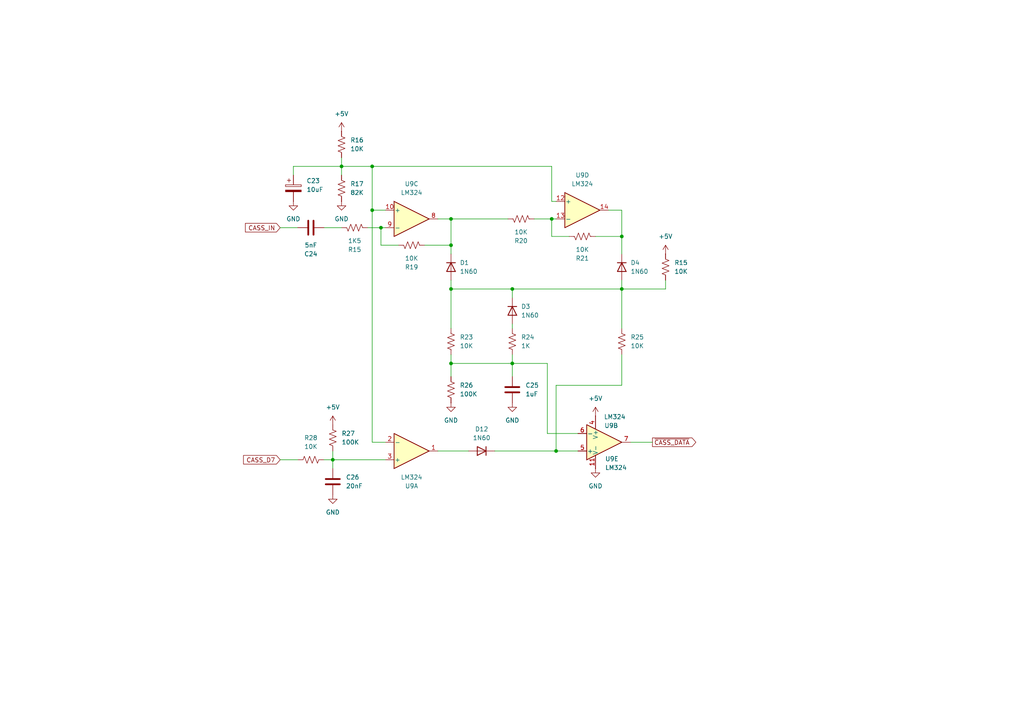
<source format=kicad_sch>
(kicad_sch (version 20231120) (generator "eeschema") (generator_version "8.0")
  (paper "A4")
  (title_block (title "Dick Smith System 80 Video and Cassette") (date "1980"))
  (lib_symbols
    (symbol "Amplifier_Operational:LM324" (pin_names (offset 0.127))
      (property "Reference" "U" (at 0 5.08 0))
      (property "Value" "LM324" (at 0 -5.08 0))
      (symbol "LM324_1_1"
        (polyline (pts (xy -5.08 5.08) (xy 5.08 0) (xy -5.08 -5.08) (xy -5.08 5.08)) (stroke (width 0.254)) (fill (type background)))
        (pin output line (at 7.62 0 180) (length 2.54) (name "~") (number "1"))
        (pin input line (at -7.62 -2.54 0) (length 2.54) (name "-") (number "2"))
        (pin input line (at -7.62 2.54 0) (length 2.54) (name "+") (number "3"))
      )
      (symbol "LM324_2_1"
        (polyline (pts (xy -5.08 5.08) (xy 5.08 0) (xy -5.08 -5.08) (xy -5.08 5.08)) (stroke (width 0.254)) (fill (type background)))
        (pin input line (at -7.62 2.54 0) (length 2.54) (name "+") (number "5"))
        (pin input line (at -7.62 -2.54 0) (length 2.54) (name "-") (number "6"))
        (pin output line (at 7.62 0 180) (length 2.54) (name "~") (number "7"))
      )
      (symbol "LM324_3_1"
        (polyline (pts (xy -5.08 5.08) (xy 5.08 0) (xy -5.08 -5.08) (xy -5.08 5.08)) (stroke (width 0.254)) (fill (type background)))
        (pin input line (at -7.62 2.54 0) (length 2.54) (name "+") (number "10"))
        (pin output line (at 7.62 0 180) (length 2.54) (name "~") (number "8"))
        (pin input line (at -7.62 -2.54 0) (length 2.54) (name "-") (number "9"))
      )
      (symbol "LM324_4_1"
        (polyline (pts (xy -5.08 5.08) (xy 5.08 0) (xy -5.08 -5.08) (xy -5.08 5.08)) (stroke (width 0.254)) (fill (type background)))
        (pin input line (at -7.62 2.54 0) (length 2.54) (name "+") (number "12"))
        (pin input line (at -7.62 -2.54 0) (length 2.54) (name "-") (number "13"))
        (pin output line (at 7.62 0 180) (length 2.54) (name "~") (number "14"))
      )
      (symbol "LM324_5_1"
        (pin power_in line (at -2.54 -7.62 90) (length 3.81) (name "V-") (number "11"))
        (pin power_in line (at -2.54 7.62 270) (length 3.81) (name "V+") (number "4"))
      )
    )
    (symbol "Device:C" (pin_numbers hide) (pin_names (offset 0.254))
      (property "Reference" "C" (at 0.635 2.54 0))
      (property "Value" "C" (at 0.635 -2.54 0))
      (symbol "C_0_1"
        (polyline (pts (xy -2.032 -0.762) (xy 2.032 -0.762)) (stroke (width 0.508)))
        (polyline (pts (xy -2.032 0.762) (xy 2.032 0.762)) (stroke (width 0.508)))
      )
      (symbol "C_1_1"
        (pin passive line (at 0 3.81 270) (length 2.794) (name "~") (number "1"))
        (pin passive line (at 0 -3.81 90) (length 2.794) (name "~") (number "2"))
      )
    )
    (symbol "Device:C_Polarized" (pin_numbers hide) (pin_names (offset 0.254))
      (property "Reference" "C" (at 0.635 2.54 0))
      (property "Value" "C_Polarized" (at 0.635 -2.54 0))
      (symbol "C_Polarized_0_1"
        (rectangle (start -2.286 0.508) (end 2.286 1.016))
        (polyline (pts (xy -1.778 2.286) (xy -0.762 2.286)))
        (polyline (pts (xy -1.27 2.794) (xy -1.27 1.778)))
        (rectangle (start 2.286 -0.508) (end -2.286 -1.016) (fill (type outline)))
      )
      (symbol "C_Polarized_1_1"
        (pin passive line (at 0 3.81 270) (length 2.794) (name "~") (number "1"))
        (pin passive line (at 0 -3.81 90) (length 2.794) (name "~") (number "2"))
      )
    )
    (symbol "Device:R_US" (pin_numbers hide) (pin_names (offset 0))
      (property "Reference" "R" (at 2.54 0 90))
      (property "Value" "R_US" (at -2.54 0 90))
      (symbol "R_US_0_1"
        (polyline (pts (xy 0 -2.286) (xy 0 -2.54)))
        (polyline (pts (xy 0 2.286) (xy 0 2.54)))
        (polyline (pts (xy 0 -0.762) (xy 1.016 -1.143) (xy 0 -1.524) (xy -1.016 -1.905) (xy 0 -2.286)))
        (polyline (pts (xy 0 0.762) (xy 1.016 0.381) (xy 0 0) (xy -1.016 -0.381) (xy 0 -0.762)))
        (polyline (pts (xy 0 2.286) (xy 1.016 1.905) (xy 0 1.524) (xy -1.016 1.143) (xy 0 0.762)))
      )
      (symbol "R_US_1_1"
        (pin passive line (at 0 3.81 270) (length 1.27) (name "~") (number "1"))
        (pin passive line (at 0 -3.81 90) (length 1.27) (name "~") (number "2"))
      )
    )
    (symbol "Diode:1N4148" (pin_numbers hide) (pin_names hide)
      (property "Reference" "D" (at 0 2.54 0))
      (property "Value" "1N4148" (at 0 -2.54 0))
      (symbol "1N4148_0_1"
        (polyline (pts (xy -1.27 1.27) (xy -1.27 -1.27)) (stroke (width 0.254)))
        (polyline (pts (xy 1.27 0) (xy -1.27 0)))
        (polyline (pts (xy 1.27 1.27) (xy 1.27 -1.27) (xy -1.27 0) (xy 1.27 1.27)) (stroke (width 0.254)))
      )
      (symbol "1N4148_1_1"
        (pin passive line (at -3.81 0 0) (length 2.54) (name "K") (number "1"))
        (pin passive line (at 3.81 0 180) (length 2.54) (name "A") (number "2"))
      )
    )
    (symbol "power:+5V" (power) (pin_numbers hide) (pin_names (offset 0) hide)
      (property "Value" "+5V" (at 0 3.556 0))
      (symbol "+5V_0_1"
        (polyline (pts (xy -0.762 1.27) (xy 0 2.54)))
        (polyline (pts (xy 0 0) (xy 0 2.54)))
        (polyline (pts (xy 0 2.54) (xy 0.762 1.27)))
      )
      (symbol "+5V_1_1"
        (pin power_in line (at 0 0 90) (length 0) (name "~") (number "1"))
      )
    )
    (symbol "power:GND" (power) (pin_numbers hide) (pin_names (offset 0) hide)
      (property "Value" "GND" (at 0 -3.81 0))
      (symbol "GND_0_1"
        (polyline (pts (xy 0 0) (xy 0 -1.27) (xy 1.27 -1.27) (xy 0 -2.54) (xy -1.27 -1.27) (xy 0 -1.27)))
      )
      (symbol "GND_1_1"
        (pin power_in line (at 0 0 270) (length 0) (name "~") (number "1"))
      )
    )
  )
  (junction (at 180.34 83.82))
  (junction (at 130.81 71.12))
  (junction (at 148.59 105.41))
  (junction (at 160.02 63.5))
  (junction (at 99.06 48.26))
  (junction (at 148.59 83.82))
  (junction (at 96.52 133.35))
  (junction (at 130.81 105.41))
  (junction (at 107.95 60.96))
  (junction (at 161.29 130.81))
  (junction (at 107.95 48.26))
  (junction (at 180.34 68.58))
  (junction (at 130.81 63.5))
  (junction (at 110.49 66.04))
  (junction (at 130.81 83.82))
  (wire (pts (xy 123.19 71.12) (xy 130.81 71.12)))
  (wire (pts (xy 111.76 128.27) (xy 107.95 128.27)))
  (wire (pts (xy 154.94 63.5) (xy 160.02 63.5)))
  (wire (pts (xy 96.52 133.35) (xy 111.76 133.35)))
  (wire (pts (xy 85.09 48.26) (xy 99.06 48.26)))
  (wire (pts (xy 148.59 93.98) (xy 148.59 95.25)))
  (wire (pts (xy 96.52 133.35) (xy 96.52 135.89)))
  (wire (pts (xy 176.53 60.96) (xy 180.34 60.96)))
  (wire (pts (xy 111.76 60.96) (xy 107.95 60.96)))
  (wire (pts (xy 180.34 81.28) (xy 180.34 83.82)))
  (wire (pts (xy 160.02 68.58) (xy 160.02 63.5)))
  (wire (pts (xy 160.02 48.26) (xy 107.95 48.26)))
  (wire (pts (xy 165.1 68.58) (xy 160.02 68.58)))
  (wire (pts (xy 161.29 111.76) (xy 161.29 130.81)))
  (wire (pts (xy 130.81 81.28) (xy 130.81 83.82)))
  (wire (pts (xy 193.04 81.28) (xy 193.04 83.82)))
  (wire (pts (xy 180.34 83.82) (xy 148.59 83.82)))
  (wire (pts (xy 93.98 133.35) (xy 96.52 133.35)))
  (wire (pts (xy 107.95 60.96) (xy 107.95 48.26)))
  (wire (pts (xy 160.02 63.5) (xy 161.29 63.5)))
  (wire (pts (xy 99.06 48.26) (xy 99.06 50.8)))
  (wire (pts (xy 161.29 58.42) (xy 160.02 58.42)))
  (wire (pts (xy 130.81 71.12) (xy 130.81 63.5)))
  (wire (pts (xy 180.34 83.82) (xy 180.34 95.25)))
  (wire (pts (xy 81.28 66.04) (xy 86.36 66.04)))
  (wire (pts (xy 130.81 105.41) (xy 130.81 109.22)))
  (wire (pts (xy 115.57 71.12) (xy 110.49 71.12)))
  (wire (pts (xy 148.59 105.41) (xy 148.59 109.22)))
  (wire (pts (xy 148.59 105.41) (xy 130.81 105.41)))
  (wire (pts (xy 99.06 45.72) (xy 99.06 48.26)))
  (wire (pts (xy 180.34 68.58) (xy 180.34 60.96)))
  (wire (pts (xy 180.34 68.58) (xy 180.34 73.66)))
  (wire (pts (xy 127 130.81) (xy 135.89 130.81)))
  (wire (pts (xy 127 63.5) (xy 130.81 63.5)))
  (wire (pts (xy 148.59 83.82) (xy 148.59 86.36)))
  (wire (pts (xy 96.52 130.81) (xy 96.52 133.35)))
  (wire (pts (xy 148.59 83.82) (xy 130.81 83.82)))
  (wire (pts (xy 161.29 130.81) (xy 167.64 130.81)))
  (wire (pts (xy 130.81 71.12) (xy 130.81 73.66)))
  (wire (pts (xy 158.75 125.73) (xy 158.75 105.41)))
  (wire (pts (xy 172.72 68.58) (xy 180.34 68.58)))
  (wire (pts (xy 130.81 83.82) (xy 130.81 95.25)))
  (wire (pts (xy 107.95 128.27) (xy 107.95 60.96)))
  (wire (pts (xy 107.95 48.26) (xy 99.06 48.26)))
  (wire (pts (xy 148.59 102.87) (xy 148.59 105.41)))
  (wire (pts (xy 110.49 71.12) (xy 110.49 66.04)))
  (wire (pts (xy 180.34 111.76) (xy 161.29 111.76)))
  (wire (pts (xy 93.98 66.04) (xy 99.06 66.04)))
  (wire (pts (xy 143.51 130.81) (xy 161.29 130.81)))
  (wire (pts (xy 158.75 105.41) (xy 148.59 105.41)))
  (wire (pts (xy 180.34 102.87) (xy 180.34 111.76)))
  (wire (pts (xy 85.09 50.8) (xy 85.09 48.26)))
  (wire (pts (xy 130.81 63.5) (xy 147.32 63.5)))
  (wire (pts (xy 81.28 133.35) (xy 86.36 133.35)))
  (wire (pts (xy 110.49 66.04) (xy 111.76 66.04)))
  (wire (pts (xy 130.81 102.87) (xy 130.81 105.41)))
  (wire (pts (xy 106.68 66.04) (xy 110.49 66.04)))
  (wire (pts (xy 193.04 83.82) (xy 180.34 83.82)))
  (wire (pts (xy 182.88 128.27) (xy 189.23 128.27)))
  (wire (pts (xy 167.64 125.73) (xy 158.75 125.73)))
  (wire (pts (xy 160.02 48.26) (xy 160.02 58.42)))
  (global_label "CASS_D7" (shape input) (at 81.28 133.35 180) (property "Intersheetrefs" "${INTERSHEET_REFS}" (effects (hide yes))))
  (global_label "CASS_IN" (shape input) (at 81.28 66.04 180) (property "Intersheetrefs" "${INTERSHEET_REFS}" (effects (hide yes))))
  (global_label "~{CASS_DATA}" (shape output) (at 189.23 128.27 0) (property "Intersheetrefs" "${INTERSHEET_REFS}" (effects (hide yes))))
  (symbol (lib_id "Device:C") (at 90.17 66.04 90) (mirror x) (unit 1)
    (property "Reference" "C24" (at 90.17 73.66 90))
    (property "Value" "5nF" (at 90.17 71.12 90))
    (property "Description" "Unpolarized capacitor" (effects (hide yes)))
  )
  (symbol (lib_id "power:GND") (at 148.59 116.84 0) (unit 1)
    (property "Reference" "#PWR0171" (effects (hide yes)))
    (property "Value" "GND" (at 148.59 121.92 0))
    (property "Description" "Power symbol creates a global label with name \"GND\" , ground" (effects (hide yes)))
  )
  (symbol (lib_id "Device:R_US") (at 96.52 127 0) (unit 1)
    (property "Reference" "R27" (at 99.06 125.7299 0) (effects (justify left)))
    (property "Value" "100K" (at 99.06 128.2699 0) (effects (justify left)))
    (property "Description" "Resistor, US symbol" (effects (hide yes)))
  )
  (symbol (lib_id "Diode:1N4148") (at 180.34 77.47 270) (unit 1)
    (property "Reference" "D4" (at 182.88 76.1999 90) (effects (justify left)))
    (property "Value" "1N60" (at 182.88 78.7399 90) (effects (justify left)))
    (property "Footprint" "Diode_THT:D_DO-35_SOD27_P7.62mm_Horizontal" (effects (hide yes)))
    (property "Datasheet" "https://assets.nexperia.com/documents/data-sheet/1N4148_1N4448.pdf" (effects (hide yes)))
    (property "Description" "100V 0.15A standard switching diode, DO-35" (effects (hide yes)))
    (property "Sim.Device" "D" (effects (hide yes)))
    (property "Sim.Pins" "1=K 2=A" (effects (hide yes)))
  )
  (symbol (lib_id "power:GND") (at 130.81 116.84 0) (unit 1)
    (property "Reference" "#PWR0170" (effects (hide yes)))
    (property "Value" "GND" (at 130.81 121.92 0))
    (property "Description" "Power symbol creates a global label with name \"GND\" , ground" (effects (hide yes)))
  )
  (symbol (lib_id "Device:R_US") (at 193.04 77.47 0) (unit 1)
    (property "Reference" "R15" (at 195.58 76.1999 0) (effects (justify left)))
    (property "Value" "10K" (at 195.58 78.7399 0) (effects (justify left)))
    (property "Description" "Resistor, US symbol" (effects (hide yes)))
  )
  (symbol (lib_id "Device:R_US") (at 168.91 68.58 90) (mirror x) (unit 1)
    (property "Reference" "R21" (at 168.91 74.93 90))
    (property "Value" "10K" (at 168.91 72.39 90))
    (property "Description" "Resistor, US symbol" (effects (hide yes)))
  )
  (symbol (lib_id "Device:R_US") (at 99.06 54.61 0) (unit 1)
    (property "Reference" "R17" (at 101.6 53.3399 0) (effects (justify left)))
    (property "Value" "82K" (at 101.6 55.8799 0) (effects (justify left)))
    (property "Description" "Resistor, US symbol" (effects (hide yes)))
  )
  (symbol (lib_id "Diode:1N4148") (at 130.81 77.47 270) (unit 1)
    (property "Reference" "D1" (at 133.35 76.1999 90) (effects (justify left)))
    (property "Value" "1N60" (at 133.35 78.7399 90) (effects (justify left)))
    (property "Footprint" "Diode_THT:D_DO-35_SOD27_P7.62mm_Horizontal" (effects (hide yes)))
    (property "Datasheet" "https://assets.nexperia.com/documents/data-sheet/1N4148_1N4448.pdf" (effects (hide yes)))
    (property "Description" "100V 0.15A standard switching diode, DO-35" (effects (hide yes)))
    (property "Sim.Device" "D" (effects (hide yes)))
    (property "Sim.Pins" "1=K 2=A" (effects (hide yes)))
  )
  (symbol (lib_id "Device:R_US") (at 102.87 66.04 90) (mirror x) (unit 1)
    (property "Reference" "R15" (at 102.87 72.39 90))
    (property "Value" "1K5" (at 102.87 69.85 90))
    (property "Description" "Resistor, US symbol" (effects (hide yes)))
  )
  (symbol (lib_id "Device:R_US") (at 90.17 133.35 90) (unit 1)
    (property "Reference" "R28" (at 90.17 127 90))
    (property "Value" "10K" (at 90.17 129.54 90))
    (property "Description" "Resistor, US symbol" (effects (hide yes)))
  )
  (symbol (lib_id "Amplifier_Operational:LM324") (at 119.38 63.5 0) (unit 3)
    (property "Reference" "U9" (at 119.38 53.34 0))
    (property "Value" "LM324" (at 119.38 55.88 0))
    (property "Datasheet" "http://www.ti.com/lit/ds/symlink/lm2902-n.pdf" (effects (hide yes)))
    (property "Description" "Low-Power, Quad-Operational Amplifiers, DIP-14/SOIC-14/SSOP-14" (effects (hide yes)))
  )
  (symbol (lib_id "Device:R_US") (at 130.81 113.03 0) (unit 1)
    (property "Reference" "R26" (at 133.35 111.7599 0) (effects (justify left)))
    (property "Value" "100K" (at 133.35 114.2999 0) (effects (justify left)))
    (property "Description" "Resistor, US symbol" (effects (hide yes)))
  )
  (symbol (lib_id "Device:R_US") (at 180.34 99.06 0) (unit 1)
    (property "Reference" "R25" (at 182.88 97.7899 0) (effects (justify left)))
    (property "Value" "10K" (at 182.88 100.3299 0) (effects (justify left)))
    (property "Description" "Resistor, US symbol" (effects (hide yes)))
  )
  (symbol (lib_id "Diode:1N4148") (at 148.59 90.17 270) (unit 1)
    (property "Reference" "D3" (at 151.13 88.8999 90) (effects (justify left)))
    (property "Value" "1N60" (at 151.13 91.4399 90) (effects (justify left)))
    (property "Footprint" "Diode_THT:D_DO-35_SOD27_P7.62mm_Horizontal" (effects (hide yes)))
    (property "Datasheet" "https://assets.nexperia.com/documents/data-sheet/1N4148_1N4448.pdf" (effects (hide yes)))
    (property "Description" "100V 0.15A standard switching diode, DO-35" (effects (hide yes)))
    (property "Sim.Device" "D" (effects (hide yes)))
    (property "Sim.Pins" "1=K 2=A" (effects (hide yes)))
  )
  (symbol (lib_id "Diode:1N4148") (at 139.7 130.81 180) (unit 1)
    (property "Reference" "D12" (at 139.7 124.46 0))
    (property "Value" "1N60" (at 139.7 127 0))
    (property "Footprint" "Diode_THT:D_DO-35_SOD27_P7.62mm_Horizontal" (effects (hide yes)))
    (property "Datasheet" "https://assets.nexperia.com/documents/data-sheet/1N4148_1N4448.pdf" (effects (hide yes)))
    (property "Description" "100V 0.15A standard switching diode, DO-35" (effects (hide yes)))
    (property "Sim.Device" "D" (effects (hide yes)))
    (property "Sim.Pins" "1=K 2=A" (effects (hide yes)))
  )
  (symbol (lib_id "Device:R_US") (at 99.06 41.91 0) (unit 1)
    (property "Reference" "R16" (at 101.6 40.6399 0) (effects (justify left)))
    (property "Value" "10K" (at 101.6 43.1799 0) (effects (justify left)))
    (property "Description" "Resistor, US symbol" (effects (hide yes)))
  )
  (symbol (lib_id "Device:R_US") (at 151.13 63.5 90) (mirror x) (unit 1)
    (property "Reference" "R20" (at 151.13 69.85 90))
    (property "Value" "10K" (at 151.13 67.31 90))
    (property "Description" "Resistor, US symbol" (effects (hide yes)))
  )
  (symbol (lib_id "Amplifier_Operational:LM324") (at 119.38 130.81 0) (mirror x) (unit 1)
    (property "Reference" "U9" (at 119.38 140.97 0))
    (property "Value" "LM324" (at 119.38 138.43 0))
    (property "Datasheet" "http://www.ti.com/lit/ds/symlink/lm2902-n.pdf" (effects (hide yes)))
    (property "Description" "Low-Power, Quad-Operational Amplifiers, DIP-14/SOIC-14/SSOP-14" (effects (hide yes)))
  )
  (symbol (lib_id "power:GND") (at 85.09 58.42 0) (unit 1)
    (property "Reference" "#PWR0166" (effects (hide yes)))
    (property "Value" "GND" (at 85.09 63.5 0))
    (property "Description" "Power symbol creates a global label with name \"GND\" , ground" (effects (hide yes)))
  )
  (symbol (lib_id "power:+5V") (at 172.72 120.65 0) (unit 1)
    (property "Reference" "#PWR0162" (effects (hide yes)))
    (property "Value" "+5V" (at 172.72 115.57 0))
    (property "Description" "Power symbol creates a global label with name \"+5V\"" (effects (hide yes)))
  )
  (symbol (lib_id "Device:C") (at 96.52 139.7 0) (unit 1)
    (property "Reference" "C26" (at 100.33 138.4299 0) (effects (justify left)))
    (property "Value" "20nF" (at 100.33 140.9699 0) (effects (justify left)))
    (property "Description" "Unpolarized capacitor" (effects (hide yes)))
  )
  (symbol (lib_id "Device:C_Polarized") (at 85.09 54.61 0) (unit 1)
    (property "Reference" "C23" (at 88.9 52.4509 0) (effects (justify left)))
    (property "Value" "10uF" (at 88.9 54.9909 0) (effects (justify left)))
    (property "Description" "Polarized capacitor" (effects (hide yes)))
  )
  (symbol (lib_id "Device:C") (at 148.59 113.03 0) (unit 1)
    (property "Reference" "C25" (at 152.4 111.7599 0) (effects (justify left)))
    (property "Value" "1uF" (at 152.4 114.2999 0) (effects (justify left)))
    (property "Description" "Unpolarized capacitor" (effects (hide yes)))
  )
  (symbol (lib_id "Device:R_US") (at 148.59 99.06 0) (unit 1)
    (property "Reference" "R24" (at 151.13 97.7899 0) (effects (justify left)))
    (property "Value" "1K" (at 151.13 100.3299 0) (effects (justify left)))
    (property "Description" "Resistor, US symbol" (effects (hide yes)))
  )
  (symbol (lib_id "Amplifier_Operational:LM324") (at 175.26 128.27 0) (unit 5)
    (property "Reference" "U9" (at 175.514 133.096 0) (effects (justify left)))
    (property "Value" "LM324" (at 175.514 135.636 0) (effects (justify left)))
    (property "Datasheet" "http://www.ti.com/lit/ds/symlink/lm2902-n.pdf" (effects (hide yes)))
    (property "Description" "Low-Power, Quad-Operational Amplifiers, DIP-14/SOIC-14/SSOP-14" (effects (hide yes)))
  )
  (symbol (lib_id "power:GND") (at 96.52 143.51 0) (unit 1)
    (property "Reference" "#PWR0167" (effects (hide yes)))
    (property "Value" "GND" (at 96.52 148.59 0))
    (property "Description" "Power symbol creates a global label with name \"GND\" , ground" (effects (hide yes)))
  )
  (symbol (lib_id "power:+5V") (at 193.04 73.66 0) (unit 1)
    (property "Reference" "#PWR0169" (effects (hide yes)))
    (property "Value" "+5V" (at 193.04 68.58 0))
    (property "Description" "Power symbol creates a global label with name \"+5V\"" (effects (hide yes)))
  )
  (symbol (lib_id "Device:R_US") (at 119.38 71.12 90) (mirror x) (unit 1)
    (property "Reference" "R19" (at 119.38 77.47 90))
    (property "Value" "10K" (at 119.38 74.93 90))
    (property "Description" "Resistor, US symbol" (effects (hide yes)))
  )
  (symbol (lib_id "Amplifier_Operational:LM324") (at 175.26 128.27 0) (mirror x) (unit 2)
    (property "Reference" "U9" (at 177.292 123.444 0))
    (property "Value" "LM324" (at 178.308 120.904 0))
    (property "Datasheet" "http://www.ti.com/lit/ds/symlink/lm2902-n.pdf" (effects (hide yes)))
    (property "Description" "Low-Power, Quad-Operational Amplifiers, DIP-14/SOIC-14/SSOP-14" (effects (hide yes)))
  )
  (symbol (lib_id "Device:R_US") (at 130.81 99.06 0) (unit 1)
    (property "Reference" "R23" (at 133.35 97.7899 0) (effects (justify left)))
    (property "Value" "10K" (at 133.35 100.3299 0) (effects (justify left)))
    (property "Description" "Resistor, US symbol" (effects (hide yes)))
  )
  (symbol (lib_id "Amplifier_Operational:LM324") (at 168.91 60.96 0) (unit 4)
    (property "Reference" "U9" (at 168.91 50.8 0))
    (property "Value" "LM324" (at 168.91 53.34 0))
    (property "Datasheet" "http://www.ti.com/lit/ds/symlink/lm2902-n.pdf" (effects (hide yes)))
    (property "Description" "Low-Power, Quad-Operational Amplifiers, DIP-14/SOIC-14/SSOP-14" (effects (hide yes)))
  )
  (symbol (lib_id "power:GND") (at 99.06 58.42 0) (unit 1)
    (property "Reference" "#PWR0164" (effects (hide yes)))
    (property "Value" "GND" (at 99.06 63.5 0))
    (property "Description" "Power symbol creates a global label with name \"GND\" , ground" (effects (hide yes)))
  )
  (symbol (lib_id "power:+5V") (at 96.52 123.19 0) (unit 1)
    (property "Reference" "#PWR0168" (effects (hide yes)))
    (property "Value" "+5V" (at 96.52 118.11 0))
    (property "Description" "Power symbol creates a global label with name \"+5V\"" (effects (hide yes)))
  )
  (symbol (lib_id "power:GND") (at 172.72 135.89 0) (unit 1)
    (property "Reference" "#PWR0163" (effects (hide yes)))
    (property "Value" "GND" (at 172.72 140.97 0))
    (property "Description" "Power symbol creates a global label with name \"GND\" , ground" (effects (hide yes)))
  )
  (symbol (lib_id "power:+5V") (at 99.06 38.1 0) (unit 1)
    (property "Reference" "#PWR0165" (effects (hide yes)))
    (property "Value" "+5V" (at 99.06 33.02 0))
    (property "Description" "Power symbol creates a global label with name \"+5V\"" (effects (hide yes)))
  )
)
</source>
